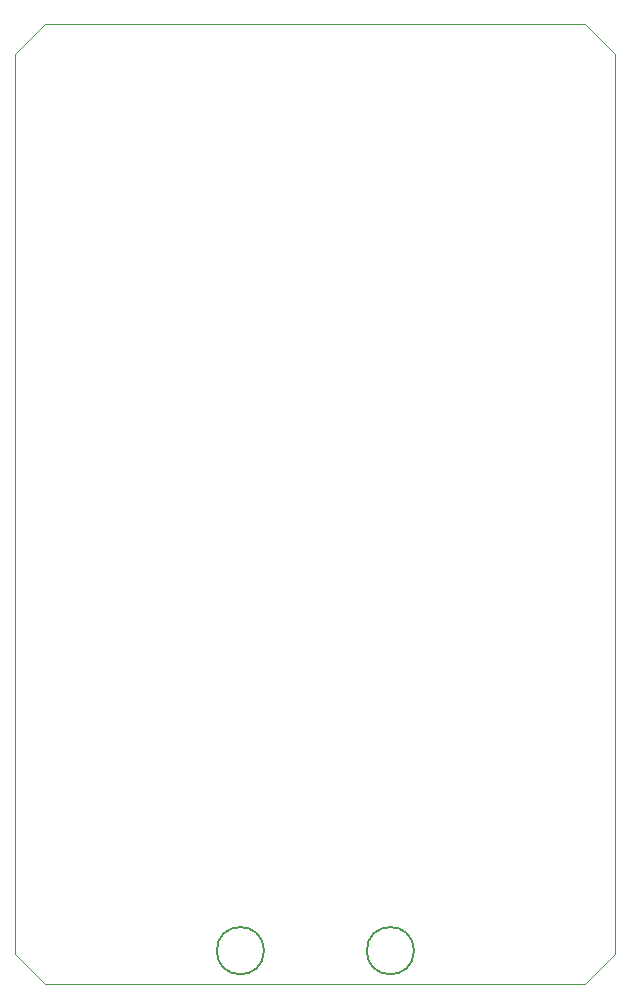
<source format=gbr>
%TF.GenerationSoftware,KiCad,Pcbnew,9.0.6*%
%TF.CreationDate,2026-01-25T13:50:41+09:00*%
%TF.ProjectId,xiaozhi-with-ken-interface,7869616f-7a68-4692-9d77-6974682d6b65,rev?*%
%TF.SameCoordinates,Original*%
%TF.FileFunction,Profile,NP*%
%FSLAX46Y46*%
G04 Gerber Fmt 4.6, Leading zero omitted, Abs format (unit mm)*
G04 Created by KiCad (PCBNEW 9.0.6) date 2026-01-25 13:50:41*
%MOMM*%
%LPD*%
G01*
G04 APERTURE LIST*
%TA.AperFunction,Profile*%
%ADD10C,0.050000*%
%TD*%
%TA.AperFunction,Profile*%
%ADD11C,0.203200*%
%TD*%
G04 APERTURE END LIST*
D10*
X109220000Y-118110000D02*
X109220000Y-41910000D01*
X106680000Y-39370000D02*
X109220000Y-41910000D01*
X58420000Y-41910000D02*
X58420000Y-118110000D01*
X60960000Y-39370000D02*
X58420000Y-41910000D01*
X58420000Y-118110000D02*
X60960000Y-120650000D01*
X60960000Y-39370000D02*
X106680000Y-39370000D01*
X109220000Y-118110000D02*
X106680000Y-120650000D01*
X60960000Y-120650000D02*
X106680000Y-120650000D01*
D11*
%TO.C,U6*%
X79470000Y-117856000D02*
G75*
G02*
X75470000Y-117856000I-2000000J0D01*
G01*
X75470000Y-117856000D02*
G75*
G02*
X79470000Y-117856000I2000000J0D01*
G01*
X92170000Y-117856000D02*
G75*
G02*
X88170000Y-117856000I-2000000J0D01*
G01*
X88170000Y-117856000D02*
G75*
G02*
X92170000Y-117856000I2000000J0D01*
G01*
%TD*%
M02*

</source>
